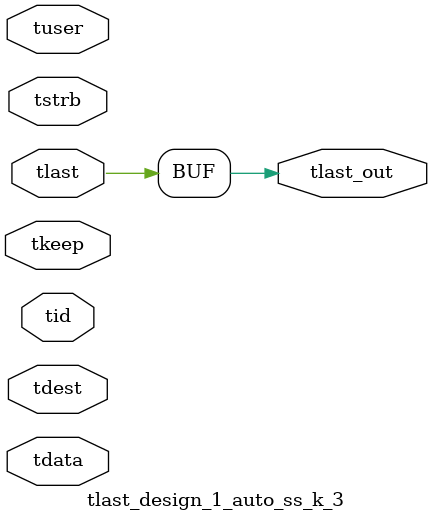
<source format=v>


`timescale 1ps/1ps

module tlast_design_1_auto_ss_k_3 #
(
parameter C_S_AXIS_TID_WIDTH   = 1,
parameter C_S_AXIS_TUSER_WIDTH = 0,
parameter C_S_AXIS_TDATA_WIDTH = 0,
parameter C_S_AXIS_TDEST_WIDTH = 0
)
(
input  [(C_S_AXIS_TID_WIDTH   == 0 ? 1 : C_S_AXIS_TID_WIDTH)-1:0       ] tid,
input  [(C_S_AXIS_TDATA_WIDTH == 0 ? 1 : C_S_AXIS_TDATA_WIDTH)-1:0     ] tdata,
input  [(C_S_AXIS_TUSER_WIDTH == 0 ? 1 : C_S_AXIS_TUSER_WIDTH)-1:0     ] tuser,
input  [(C_S_AXIS_TDEST_WIDTH == 0 ? 1 : C_S_AXIS_TDEST_WIDTH)-1:0     ] tdest,
input  [(C_S_AXIS_TDATA_WIDTH/8)-1:0 ] tkeep,
input  [(C_S_AXIS_TDATA_WIDTH/8)-1:0 ] tstrb,
input  [0:0]                                                             tlast,
output                                                                   tlast_out
);

assign tlast_out = {tlast};

endmodule


</source>
